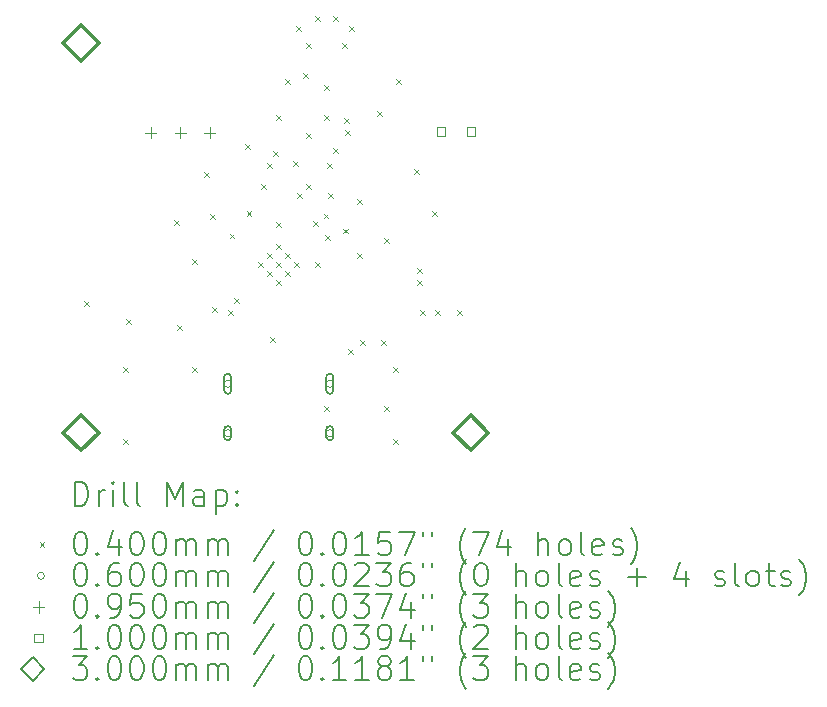
<source format=gbr>
%TF.GenerationSoftware,KiCad,Pcbnew,(6.0.9-0)*%
%TF.CreationDate,2022-12-13T13:55:31-05:00*%
%TF.ProjectId,easy-esc,65617379-2d65-4736-932e-6b696361645f,rev?*%
%TF.SameCoordinates,Original*%
%TF.FileFunction,Drillmap*%
%TF.FilePolarity,Positive*%
%FSLAX45Y45*%
G04 Gerber Fmt 4.5, Leading zero omitted, Abs format (unit mm)*
G04 Created by KiCad (PCBNEW (6.0.9-0)) date 2022-12-13 13:55:31*
%MOMM*%
%LPD*%
G01*
G04 APERTURE LIST*
%ADD10C,0.200000*%
%ADD11C,0.040000*%
%ADD12C,0.060000*%
%ADD13C,0.095000*%
%ADD14C,0.100000*%
%ADD15C,0.300000*%
G04 APERTURE END LIST*
D10*
D11*
X11689400Y-12578400D02*
X11729400Y-12618400D01*
X11729400Y-12578400D02*
X11689400Y-12618400D01*
X12019600Y-13137200D02*
X12059600Y-13177200D01*
X12059600Y-13137200D02*
X12019600Y-13177200D01*
X12019600Y-13746800D02*
X12059600Y-13786800D01*
X12059600Y-13746800D02*
X12019600Y-13786800D01*
X12045000Y-12730800D02*
X12085000Y-12770800D01*
X12085000Y-12730800D02*
X12045000Y-12770800D01*
X12451400Y-11892600D02*
X12491400Y-11932600D01*
X12491400Y-11892600D02*
X12451400Y-11932600D01*
X12476800Y-12781600D02*
X12516800Y-12821600D01*
X12516800Y-12781600D02*
X12476800Y-12821600D01*
X12603800Y-12222800D02*
X12643800Y-12262800D01*
X12643800Y-12222800D02*
X12603800Y-12262800D01*
X12603800Y-13137200D02*
X12643800Y-13177200D01*
X12643800Y-13137200D02*
X12603800Y-13177200D01*
X12702236Y-11486200D02*
X12742236Y-11526200D01*
X12742236Y-11486200D02*
X12702236Y-11526200D01*
X12756200Y-11841800D02*
X12796200Y-11881800D01*
X12796200Y-11841800D02*
X12756200Y-11881800D01*
X12768650Y-12629200D02*
X12808650Y-12669200D01*
X12808650Y-12629200D02*
X12768650Y-12669200D01*
X12908600Y-12654600D02*
X12948600Y-12694600D01*
X12948600Y-12654600D02*
X12908600Y-12694600D01*
X12919927Y-12005527D02*
X12959927Y-12045527D01*
X12959927Y-12005527D02*
X12919927Y-12045527D01*
X12959400Y-12553000D02*
X12999400Y-12593000D01*
X12999400Y-12553000D02*
X12959400Y-12593000D01*
X13049700Y-11246300D02*
X13089700Y-11286300D01*
X13089700Y-11246300D02*
X13049700Y-11286300D01*
X13063989Y-11813411D02*
X13103989Y-11853411D01*
X13103989Y-11813411D02*
X13063989Y-11853411D01*
X13162600Y-12248200D02*
X13202600Y-12288200D01*
X13202600Y-12248200D02*
X13162600Y-12288200D01*
X13188000Y-11587800D02*
X13228000Y-11627800D01*
X13228000Y-11587800D02*
X13188000Y-11627800D01*
X13238800Y-11410000D02*
X13278800Y-11450000D01*
X13278800Y-11410000D02*
X13238800Y-11450000D01*
X13238800Y-12172000D02*
X13278800Y-12212000D01*
X13278800Y-12172000D02*
X13238800Y-12212000D01*
X13238800Y-12324400D02*
X13278800Y-12364400D01*
X13278800Y-12324400D02*
X13238800Y-12364400D01*
X13264200Y-12883200D02*
X13304200Y-12923200D01*
X13304200Y-12883200D02*
X13264200Y-12923200D01*
X13289600Y-11308400D02*
X13329600Y-11348400D01*
X13329600Y-11308400D02*
X13289600Y-11348400D01*
X13312708Y-11907403D02*
X13352708Y-11947403D01*
X13352708Y-11907403D02*
X13312708Y-11947403D01*
X13315000Y-11003600D02*
X13355000Y-11043600D01*
X13355000Y-11003600D02*
X13315000Y-11043600D01*
X13315000Y-12095800D02*
X13355000Y-12135800D01*
X13355000Y-12095800D02*
X13315000Y-12135800D01*
X13315000Y-12248200D02*
X13355000Y-12288200D01*
X13355000Y-12248200D02*
X13315000Y-12288200D01*
X13315000Y-12400600D02*
X13355000Y-12440600D01*
X13355000Y-12400600D02*
X13315000Y-12440600D01*
X13391200Y-10698800D02*
X13431200Y-10738800D01*
X13431200Y-10698800D02*
X13391200Y-10738800D01*
X13391200Y-12172000D02*
X13431200Y-12212000D01*
X13431200Y-12172000D02*
X13391200Y-12212000D01*
X13391200Y-12324400D02*
X13431200Y-12364400D01*
X13431200Y-12324400D02*
X13391200Y-12364400D01*
X13459057Y-11390260D02*
X13499057Y-11430260D01*
X13499057Y-11390260D02*
X13459057Y-11430260D01*
X13467400Y-12248200D02*
X13507400Y-12288200D01*
X13507400Y-12248200D02*
X13467400Y-12288200D01*
X13484250Y-10250150D02*
X13524250Y-10290150D01*
X13524250Y-10250150D02*
X13484250Y-10290150D01*
X13490974Y-11662174D02*
X13530974Y-11702174D01*
X13530974Y-11662174D02*
X13490974Y-11702174D01*
X13541450Y-10648000D02*
X13581450Y-10688000D01*
X13581450Y-10648000D02*
X13541450Y-10688000D01*
X13567174Y-11585974D02*
X13607174Y-11625974D01*
X13607174Y-11585974D02*
X13567174Y-11625974D01*
X13569000Y-10394000D02*
X13609000Y-10434000D01*
X13609000Y-10394000D02*
X13569000Y-10434000D01*
X13569000Y-11156000D02*
X13609000Y-11196000D01*
X13609000Y-11156000D02*
X13569000Y-11196000D01*
X13623951Y-11896751D02*
X13663951Y-11936751D01*
X13663951Y-11896751D02*
X13623951Y-11936751D01*
X13645200Y-10165400D02*
X13685200Y-10205400D01*
X13685200Y-10165400D02*
X13645200Y-10205400D01*
X13645200Y-12248200D02*
X13685200Y-12288200D01*
X13685200Y-12248200D02*
X13645200Y-12288200D01*
X13714364Y-11834764D02*
X13754364Y-11874764D01*
X13754364Y-11834764D02*
X13714364Y-11874764D01*
X13719781Y-11003399D02*
X13759781Y-11043399D01*
X13759781Y-11003399D02*
X13719781Y-11043399D01*
X13721400Y-10749600D02*
X13761400Y-10789600D01*
X13761400Y-10749600D02*
X13721400Y-10789600D01*
X13721400Y-13467400D02*
X13761400Y-13507400D01*
X13761400Y-13467400D02*
X13721400Y-13507400D01*
X13727650Y-12019600D02*
X13767650Y-12059600D01*
X13767650Y-12019600D02*
X13727650Y-12059600D01*
X13746800Y-11410000D02*
X13786800Y-11450000D01*
X13786800Y-11410000D02*
X13746800Y-11450000D01*
X13753050Y-11664000D02*
X13793050Y-11704000D01*
X13793050Y-11664000D02*
X13753050Y-11704000D01*
X13797356Y-11283244D02*
X13837356Y-11323244D01*
X13837356Y-11283244D02*
X13797356Y-11323244D01*
X13797600Y-10165400D02*
X13837600Y-10205400D01*
X13837600Y-10165400D02*
X13797600Y-10205400D01*
X13873800Y-10394000D02*
X13913800Y-10434000D01*
X13913800Y-10394000D02*
X13873800Y-10434000D01*
X13879146Y-11961402D02*
X13919146Y-12001402D01*
X13919146Y-11961402D02*
X13879146Y-12001402D01*
X13890250Y-11029000D02*
X13930250Y-11069000D01*
X13930250Y-11029000D02*
X13890250Y-11069000D01*
X13899200Y-11130600D02*
X13939200Y-11170600D01*
X13939200Y-11130600D02*
X13899200Y-11170600D01*
X13924600Y-12984800D02*
X13964600Y-13024800D01*
X13964600Y-12984800D02*
X13924600Y-13024800D01*
X13933150Y-10250150D02*
X13973150Y-10290150D01*
X13973150Y-10250150D02*
X13933150Y-10290150D01*
X14000800Y-11714800D02*
X14040800Y-11754800D01*
X14040800Y-11714800D02*
X14000800Y-11754800D01*
X14000800Y-12172000D02*
X14040800Y-12212000D01*
X14040800Y-12172000D02*
X14000800Y-12212000D01*
X14026200Y-12908600D02*
X14066200Y-12948600D01*
X14066200Y-12908600D02*
X14026200Y-12948600D01*
X14171363Y-10968287D02*
X14211363Y-11008287D01*
X14211363Y-10968287D02*
X14171363Y-11008287D01*
X14204000Y-12908600D02*
X14244000Y-12948600D01*
X14244000Y-12908600D02*
X14204000Y-12948600D01*
X14229400Y-12045000D02*
X14269400Y-12085000D01*
X14269400Y-12045000D02*
X14229400Y-12085000D01*
X14229400Y-13467400D02*
X14269400Y-13507400D01*
X14269400Y-13467400D02*
X14229400Y-13507400D01*
X14305600Y-13137200D02*
X14345600Y-13177200D01*
X14345600Y-13137200D02*
X14305600Y-13177200D01*
X14305600Y-13746800D02*
X14345600Y-13786800D01*
X14345600Y-13746800D02*
X14305600Y-13786800D01*
X14331000Y-10698800D02*
X14371000Y-10738800D01*
X14371000Y-10698800D02*
X14331000Y-10738800D01*
X14483400Y-11460800D02*
X14523400Y-11500800D01*
X14523400Y-11460800D02*
X14483400Y-11500800D01*
X14508800Y-12299000D02*
X14548800Y-12339000D01*
X14548800Y-12299000D02*
X14508800Y-12339000D01*
X14508800Y-12400600D02*
X14548800Y-12440600D01*
X14548800Y-12400600D02*
X14508800Y-12440600D01*
X14534200Y-12654600D02*
X14574200Y-12694600D01*
X14574200Y-12654600D02*
X14534200Y-12694600D01*
X14635800Y-11816400D02*
X14675800Y-11856400D01*
X14675800Y-11816400D02*
X14635800Y-11856400D01*
X14661200Y-12654600D02*
X14701200Y-12694600D01*
X14701200Y-12654600D02*
X14661200Y-12694600D01*
X14845450Y-12654600D02*
X14885450Y-12694600D01*
X14885450Y-12654600D02*
X14845450Y-12694600D01*
D12*
X12933000Y-13276000D02*
G75*
G03*
X12933000Y-13276000I-30000J0D01*
G01*
D10*
X12873000Y-13221000D02*
X12873000Y-13331000D01*
X12933000Y-13221000D02*
X12933000Y-13331000D01*
X12873000Y-13331000D02*
G75*
G03*
X12933000Y-13331000I30000J0D01*
G01*
X12933000Y-13221000D02*
G75*
G03*
X12873000Y-13221000I-30000J0D01*
G01*
D12*
X12933000Y-13694000D02*
G75*
G03*
X12933000Y-13694000I-30000J0D01*
G01*
D10*
X12873000Y-13664000D02*
X12873000Y-13724000D01*
X12933000Y-13664000D02*
X12933000Y-13724000D01*
X12873000Y-13724000D02*
G75*
G03*
X12933000Y-13724000I30000J0D01*
G01*
X12933000Y-13664000D02*
G75*
G03*
X12873000Y-13664000I-30000J0D01*
G01*
D12*
X13797000Y-13276000D02*
G75*
G03*
X13797000Y-13276000I-30000J0D01*
G01*
D10*
X13737000Y-13221000D02*
X13737000Y-13331000D01*
X13797000Y-13221000D02*
X13797000Y-13331000D01*
X13737000Y-13331000D02*
G75*
G03*
X13797000Y-13331000I30000J0D01*
G01*
X13797000Y-13221000D02*
G75*
G03*
X13737000Y-13221000I-30000J0D01*
G01*
D12*
X13797000Y-13694000D02*
G75*
G03*
X13797000Y-13694000I-30000J0D01*
G01*
D10*
X13737000Y-13664000D02*
X13737000Y-13724000D01*
X13797000Y-13664000D02*
X13797000Y-13724000D01*
X13737000Y-13724000D02*
G75*
G03*
X13797000Y-13724000I30000J0D01*
G01*
X13797000Y-13664000D02*
G75*
G03*
X13737000Y-13664000I-30000J0D01*
G01*
D13*
X12250800Y-11103100D02*
X12250800Y-11198100D01*
X12203300Y-11150600D02*
X12298300Y-11150600D01*
X12500800Y-11103100D02*
X12500800Y-11198100D01*
X12453300Y-11150600D02*
X12548300Y-11150600D01*
X12750800Y-11103100D02*
X12750800Y-11198100D01*
X12703300Y-11150600D02*
X12798300Y-11150600D01*
D14*
X14745956Y-11175356D02*
X14745956Y-11104644D01*
X14675244Y-11104644D01*
X14675244Y-11175356D01*
X14745956Y-11175356D01*
X14995956Y-11175356D02*
X14995956Y-11104644D01*
X14925244Y-11104644D01*
X14925244Y-11175356D01*
X14995956Y-11175356D01*
D15*
X11659600Y-10539600D02*
X11809600Y-10389600D01*
X11659600Y-10239600D01*
X11509600Y-10389600D01*
X11659600Y-10539600D01*
X11659600Y-13839600D02*
X11809600Y-13689600D01*
X11659600Y-13539600D01*
X11509600Y-13689600D01*
X11659600Y-13839600D01*
X14959600Y-13839600D02*
X15109600Y-13689600D01*
X14959600Y-13539600D01*
X14809600Y-13689600D01*
X14959600Y-13839600D01*
D10*
X11609719Y-14307576D02*
X11609719Y-14107576D01*
X11657338Y-14107576D01*
X11685909Y-14117100D01*
X11704957Y-14136148D01*
X11714481Y-14155195D01*
X11724005Y-14193290D01*
X11724005Y-14221862D01*
X11714481Y-14259957D01*
X11704957Y-14279005D01*
X11685909Y-14298052D01*
X11657338Y-14307576D01*
X11609719Y-14307576D01*
X11809719Y-14307576D02*
X11809719Y-14174243D01*
X11809719Y-14212338D02*
X11819243Y-14193290D01*
X11828767Y-14183767D01*
X11847814Y-14174243D01*
X11866862Y-14174243D01*
X11933528Y-14307576D02*
X11933528Y-14174243D01*
X11933528Y-14107576D02*
X11924005Y-14117100D01*
X11933528Y-14126624D01*
X11943052Y-14117100D01*
X11933528Y-14107576D01*
X11933528Y-14126624D01*
X12057338Y-14307576D02*
X12038290Y-14298052D01*
X12028767Y-14279005D01*
X12028767Y-14107576D01*
X12162100Y-14307576D02*
X12143052Y-14298052D01*
X12133528Y-14279005D01*
X12133528Y-14107576D01*
X12390671Y-14307576D02*
X12390671Y-14107576D01*
X12457338Y-14250433D01*
X12524005Y-14107576D01*
X12524005Y-14307576D01*
X12704957Y-14307576D02*
X12704957Y-14202814D01*
X12695433Y-14183767D01*
X12676386Y-14174243D01*
X12638290Y-14174243D01*
X12619243Y-14183767D01*
X12704957Y-14298052D02*
X12685909Y-14307576D01*
X12638290Y-14307576D01*
X12619243Y-14298052D01*
X12609719Y-14279005D01*
X12609719Y-14259957D01*
X12619243Y-14240909D01*
X12638290Y-14231386D01*
X12685909Y-14231386D01*
X12704957Y-14221862D01*
X12800195Y-14174243D02*
X12800195Y-14374243D01*
X12800195Y-14183767D02*
X12819243Y-14174243D01*
X12857338Y-14174243D01*
X12876386Y-14183767D01*
X12885909Y-14193290D01*
X12895433Y-14212338D01*
X12895433Y-14269481D01*
X12885909Y-14288528D01*
X12876386Y-14298052D01*
X12857338Y-14307576D01*
X12819243Y-14307576D01*
X12800195Y-14298052D01*
X12981148Y-14288528D02*
X12990671Y-14298052D01*
X12981148Y-14307576D01*
X12971624Y-14298052D01*
X12981148Y-14288528D01*
X12981148Y-14307576D01*
X12981148Y-14183767D02*
X12990671Y-14193290D01*
X12981148Y-14202814D01*
X12971624Y-14193290D01*
X12981148Y-14183767D01*
X12981148Y-14202814D01*
D11*
X11312100Y-14617100D02*
X11352100Y-14657100D01*
X11352100Y-14617100D02*
X11312100Y-14657100D01*
D10*
X11647814Y-14527576D02*
X11666862Y-14527576D01*
X11685909Y-14537100D01*
X11695433Y-14546624D01*
X11704957Y-14565671D01*
X11714481Y-14603767D01*
X11714481Y-14651386D01*
X11704957Y-14689481D01*
X11695433Y-14708528D01*
X11685909Y-14718052D01*
X11666862Y-14727576D01*
X11647814Y-14727576D01*
X11628767Y-14718052D01*
X11619243Y-14708528D01*
X11609719Y-14689481D01*
X11600195Y-14651386D01*
X11600195Y-14603767D01*
X11609719Y-14565671D01*
X11619243Y-14546624D01*
X11628767Y-14537100D01*
X11647814Y-14527576D01*
X11800195Y-14708528D02*
X11809719Y-14718052D01*
X11800195Y-14727576D01*
X11790671Y-14718052D01*
X11800195Y-14708528D01*
X11800195Y-14727576D01*
X11981148Y-14594243D02*
X11981148Y-14727576D01*
X11933528Y-14518052D02*
X11885909Y-14660909D01*
X12009719Y-14660909D01*
X12124005Y-14527576D02*
X12143052Y-14527576D01*
X12162100Y-14537100D01*
X12171624Y-14546624D01*
X12181148Y-14565671D01*
X12190671Y-14603767D01*
X12190671Y-14651386D01*
X12181148Y-14689481D01*
X12171624Y-14708528D01*
X12162100Y-14718052D01*
X12143052Y-14727576D01*
X12124005Y-14727576D01*
X12104957Y-14718052D01*
X12095433Y-14708528D01*
X12085909Y-14689481D01*
X12076386Y-14651386D01*
X12076386Y-14603767D01*
X12085909Y-14565671D01*
X12095433Y-14546624D01*
X12104957Y-14537100D01*
X12124005Y-14527576D01*
X12314481Y-14527576D02*
X12333528Y-14527576D01*
X12352576Y-14537100D01*
X12362100Y-14546624D01*
X12371624Y-14565671D01*
X12381148Y-14603767D01*
X12381148Y-14651386D01*
X12371624Y-14689481D01*
X12362100Y-14708528D01*
X12352576Y-14718052D01*
X12333528Y-14727576D01*
X12314481Y-14727576D01*
X12295433Y-14718052D01*
X12285909Y-14708528D01*
X12276386Y-14689481D01*
X12266862Y-14651386D01*
X12266862Y-14603767D01*
X12276386Y-14565671D01*
X12285909Y-14546624D01*
X12295433Y-14537100D01*
X12314481Y-14527576D01*
X12466862Y-14727576D02*
X12466862Y-14594243D01*
X12466862Y-14613290D02*
X12476386Y-14603767D01*
X12495433Y-14594243D01*
X12524005Y-14594243D01*
X12543052Y-14603767D01*
X12552576Y-14622814D01*
X12552576Y-14727576D01*
X12552576Y-14622814D02*
X12562100Y-14603767D01*
X12581148Y-14594243D01*
X12609719Y-14594243D01*
X12628767Y-14603767D01*
X12638290Y-14622814D01*
X12638290Y-14727576D01*
X12733528Y-14727576D02*
X12733528Y-14594243D01*
X12733528Y-14613290D02*
X12743052Y-14603767D01*
X12762100Y-14594243D01*
X12790671Y-14594243D01*
X12809719Y-14603767D01*
X12819243Y-14622814D01*
X12819243Y-14727576D01*
X12819243Y-14622814D02*
X12828767Y-14603767D01*
X12847814Y-14594243D01*
X12876386Y-14594243D01*
X12895433Y-14603767D01*
X12904957Y-14622814D01*
X12904957Y-14727576D01*
X13295433Y-14518052D02*
X13124005Y-14775195D01*
X13552576Y-14527576D02*
X13571624Y-14527576D01*
X13590671Y-14537100D01*
X13600195Y-14546624D01*
X13609719Y-14565671D01*
X13619243Y-14603767D01*
X13619243Y-14651386D01*
X13609719Y-14689481D01*
X13600195Y-14708528D01*
X13590671Y-14718052D01*
X13571624Y-14727576D01*
X13552576Y-14727576D01*
X13533528Y-14718052D01*
X13524005Y-14708528D01*
X13514481Y-14689481D01*
X13504957Y-14651386D01*
X13504957Y-14603767D01*
X13514481Y-14565671D01*
X13524005Y-14546624D01*
X13533528Y-14537100D01*
X13552576Y-14527576D01*
X13704957Y-14708528D02*
X13714481Y-14718052D01*
X13704957Y-14727576D01*
X13695433Y-14718052D01*
X13704957Y-14708528D01*
X13704957Y-14727576D01*
X13838290Y-14527576D02*
X13857338Y-14527576D01*
X13876386Y-14537100D01*
X13885909Y-14546624D01*
X13895433Y-14565671D01*
X13904957Y-14603767D01*
X13904957Y-14651386D01*
X13895433Y-14689481D01*
X13885909Y-14708528D01*
X13876386Y-14718052D01*
X13857338Y-14727576D01*
X13838290Y-14727576D01*
X13819243Y-14718052D01*
X13809719Y-14708528D01*
X13800195Y-14689481D01*
X13790671Y-14651386D01*
X13790671Y-14603767D01*
X13800195Y-14565671D01*
X13809719Y-14546624D01*
X13819243Y-14537100D01*
X13838290Y-14527576D01*
X14095433Y-14727576D02*
X13981148Y-14727576D01*
X14038290Y-14727576D02*
X14038290Y-14527576D01*
X14019243Y-14556148D01*
X14000195Y-14575195D01*
X13981148Y-14584719D01*
X14276386Y-14527576D02*
X14181148Y-14527576D01*
X14171624Y-14622814D01*
X14181148Y-14613290D01*
X14200195Y-14603767D01*
X14247814Y-14603767D01*
X14266862Y-14613290D01*
X14276386Y-14622814D01*
X14285909Y-14641862D01*
X14285909Y-14689481D01*
X14276386Y-14708528D01*
X14266862Y-14718052D01*
X14247814Y-14727576D01*
X14200195Y-14727576D01*
X14181148Y-14718052D01*
X14171624Y-14708528D01*
X14352576Y-14527576D02*
X14485909Y-14527576D01*
X14400195Y-14727576D01*
X14552576Y-14527576D02*
X14552576Y-14565671D01*
X14628767Y-14527576D02*
X14628767Y-14565671D01*
X14924005Y-14803767D02*
X14914481Y-14794243D01*
X14895433Y-14765671D01*
X14885909Y-14746624D01*
X14876386Y-14718052D01*
X14866862Y-14670433D01*
X14866862Y-14632338D01*
X14876386Y-14584719D01*
X14885909Y-14556148D01*
X14895433Y-14537100D01*
X14914481Y-14508528D01*
X14924005Y-14499005D01*
X14981148Y-14527576D02*
X15114481Y-14527576D01*
X15028767Y-14727576D01*
X15276386Y-14594243D02*
X15276386Y-14727576D01*
X15228767Y-14518052D02*
X15181148Y-14660909D01*
X15304957Y-14660909D01*
X15533528Y-14727576D02*
X15533528Y-14527576D01*
X15619243Y-14727576D02*
X15619243Y-14622814D01*
X15609719Y-14603767D01*
X15590671Y-14594243D01*
X15562100Y-14594243D01*
X15543052Y-14603767D01*
X15533528Y-14613290D01*
X15743052Y-14727576D02*
X15724005Y-14718052D01*
X15714481Y-14708528D01*
X15704957Y-14689481D01*
X15704957Y-14632338D01*
X15714481Y-14613290D01*
X15724005Y-14603767D01*
X15743052Y-14594243D01*
X15771624Y-14594243D01*
X15790671Y-14603767D01*
X15800195Y-14613290D01*
X15809719Y-14632338D01*
X15809719Y-14689481D01*
X15800195Y-14708528D01*
X15790671Y-14718052D01*
X15771624Y-14727576D01*
X15743052Y-14727576D01*
X15924005Y-14727576D02*
X15904957Y-14718052D01*
X15895433Y-14699005D01*
X15895433Y-14527576D01*
X16076386Y-14718052D02*
X16057338Y-14727576D01*
X16019243Y-14727576D01*
X16000195Y-14718052D01*
X15990671Y-14699005D01*
X15990671Y-14622814D01*
X16000195Y-14603767D01*
X16019243Y-14594243D01*
X16057338Y-14594243D01*
X16076386Y-14603767D01*
X16085909Y-14622814D01*
X16085909Y-14641862D01*
X15990671Y-14660909D01*
X16162100Y-14718052D02*
X16181148Y-14727576D01*
X16219243Y-14727576D01*
X16238290Y-14718052D01*
X16247814Y-14699005D01*
X16247814Y-14689481D01*
X16238290Y-14670433D01*
X16219243Y-14660909D01*
X16190671Y-14660909D01*
X16171624Y-14651386D01*
X16162100Y-14632338D01*
X16162100Y-14622814D01*
X16171624Y-14603767D01*
X16190671Y-14594243D01*
X16219243Y-14594243D01*
X16238290Y-14603767D01*
X16314481Y-14803767D02*
X16324005Y-14794243D01*
X16343052Y-14765671D01*
X16352576Y-14746624D01*
X16362100Y-14718052D01*
X16371624Y-14670433D01*
X16371624Y-14632338D01*
X16362100Y-14584719D01*
X16352576Y-14556148D01*
X16343052Y-14537100D01*
X16324005Y-14508528D01*
X16314481Y-14499005D01*
D12*
X11352100Y-14901100D02*
G75*
G03*
X11352100Y-14901100I-30000J0D01*
G01*
D10*
X11647814Y-14791576D02*
X11666862Y-14791576D01*
X11685909Y-14801100D01*
X11695433Y-14810624D01*
X11704957Y-14829671D01*
X11714481Y-14867767D01*
X11714481Y-14915386D01*
X11704957Y-14953481D01*
X11695433Y-14972528D01*
X11685909Y-14982052D01*
X11666862Y-14991576D01*
X11647814Y-14991576D01*
X11628767Y-14982052D01*
X11619243Y-14972528D01*
X11609719Y-14953481D01*
X11600195Y-14915386D01*
X11600195Y-14867767D01*
X11609719Y-14829671D01*
X11619243Y-14810624D01*
X11628767Y-14801100D01*
X11647814Y-14791576D01*
X11800195Y-14972528D02*
X11809719Y-14982052D01*
X11800195Y-14991576D01*
X11790671Y-14982052D01*
X11800195Y-14972528D01*
X11800195Y-14991576D01*
X11981148Y-14791576D02*
X11943052Y-14791576D01*
X11924005Y-14801100D01*
X11914481Y-14810624D01*
X11895433Y-14839195D01*
X11885909Y-14877290D01*
X11885909Y-14953481D01*
X11895433Y-14972528D01*
X11904957Y-14982052D01*
X11924005Y-14991576D01*
X11962100Y-14991576D01*
X11981148Y-14982052D01*
X11990671Y-14972528D01*
X12000195Y-14953481D01*
X12000195Y-14905862D01*
X11990671Y-14886814D01*
X11981148Y-14877290D01*
X11962100Y-14867767D01*
X11924005Y-14867767D01*
X11904957Y-14877290D01*
X11895433Y-14886814D01*
X11885909Y-14905862D01*
X12124005Y-14791576D02*
X12143052Y-14791576D01*
X12162100Y-14801100D01*
X12171624Y-14810624D01*
X12181148Y-14829671D01*
X12190671Y-14867767D01*
X12190671Y-14915386D01*
X12181148Y-14953481D01*
X12171624Y-14972528D01*
X12162100Y-14982052D01*
X12143052Y-14991576D01*
X12124005Y-14991576D01*
X12104957Y-14982052D01*
X12095433Y-14972528D01*
X12085909Y-14953481D01*
X12076386Y-14915386D01*
X12076386Y-14867767D01*
X12085909Y-14829671D01*
X12095433Y-14810624D01*
X12104957Y-14801100D01*
X12124005Y-14791576D01*
X12314481Y-14791576D02*
X12333528Y-14791576D01*
X12352576Y-14801100D01*
X12362100Y-14810624D01*
X12371624Y-14829671D01*
X12381148Y-14867767D01*
X12381148Y-14915386D01*
X12371624Y-14953481D01*
X12362100Y-14972528D01*
X12352576Y-14982052D01*
X12333528Y-14991576D01*
X12314481Y-14991576D01*
X12295433Y-14982052D01*
X12285909Y-14972528D01*
X12276386Y-14953481D01*
X12266862Y-14915386D01*
X12266862Y-14867767D01*
X12276386Y-14829671D01*
X12285909Y-14810624D01*
X12295433Y-14801100D01*
X12314481Y-14791576D01*
X12466862Y-14991576D02*
X12466862Y-14858243D01*
X12466862Y-14877290D02*
X12476386Y-14867767D01*
X12495433Y-14858243D01*
X12524005Y-14858243D01*
X12543052Y-14867767D01*
X12552576Y-14886814D01*
X12552576Y-14991576D01*
X12552576Y-14886814D02*
X12562100Y-14867767D01*
X12581148Y-14858243D01*
X12609719Y-14858243D01*
X12628767Y-14867767D01*
X12638290Y-14886814D01*
X12638290Y-14991576D01*
X12733528Y-14991576D02*
X12733528Y-14858243D01*
X12733528Y-14877290D02*
X12743052Y-14867767D01*
X12762100Y-14858243D01*
X12790671Y-14858243D01*
X12809719Y-14867767D01*
X12819243Y-14886814D01*
X12819243Y-14991576D01*
X12819243Y-14886814D02*
X12828767Y-14867767D01*
X12847814Y-14858243D01*
X12876386Y-14858243D01*
X12895433Y-14867767D01*
X12904957Y-14886814D01*
X12904957Y-14991576D01*
X13295433Y-14782052D02*
X13124005Y-15039195D01*
X13552576Y-14791576D02*
X13571624Y-14791576D01*
X13590671Y-14801100D01*
X13600195Y-14810624D01*
X13609719Y-14829671D01*
X13619243Y-14867767D01*
X13619243Y-14915386D01*
X13609719Y-14953481D01*
X13600195Y-14972528D01*
X13590671Y-14982052D01*
X13571624Y-14991576D01*
X13552576Y-14991576D01*
X13533528Y-14982052D01*
X13524005Y-14972528D01*
X13514481Y-14953481D01*
X13504957Y-14915386D01*
X13504957Y-14867767D01*
X13514481Y-14829671D01*
X13524005Y-14810624D01*
X13533528Y-14801100D01*
X13552576Y-14791576D01*
X13704957Y-14972528D02*
X13714481Y-14982052D01*
X13704957Y-14991576D01*
X13695433Y-14982052D01*
X13704957Y-14972528D01*
X13704957Y-14991576D01*
X13838290Y-14791576D02*
X13857338Y-14791576D01*
X13876386Y-14801100D01*
X13885909Y-14810624D01*
X13895433Y-14829671D01*
X13904957Y-14867767D01*
X13904957Y-14915386D01*
X13895433Y-14953481D01*
X13885909Y-14972528D01*
X13876386Y-14982052D01*
X13857338Y-14991576D01*
X13838290Y-14991576D01*
X13819243Y-14982052D01*
X13809719Y-14972528D01*
X13800195Y-14953481D01*
X13790671Y-14915386D01*
X13790671Y-14867767D01*
X13800195Y-14829671D01*
X13809719Y-14810624D01*
X13819243Y-14801100D01*
X13838290Y-14791576D01*
X13981148Y-14810624D02*
X13990671Y-14801100D01*
X14009719Y-14791576D01*
X14057338Y-14791576D01*
X14076386Y-14801100D01*
X14085909Y-14810624D01*
X14095433Y-14829671D01*
X14095433Y-14848719D01*
X14085909Y-14877290D01*
X13971624Y-14991576D01*
X14095433Y-14991576D01*
X14162100Y-14791576D02*
X14285909Y-14791576D01*
X14219243Y-14867767D01*
X14247814Y-14867767D01*
X14266862Y-14877290D01*
X14276386Y-14886814D01*
X14285909Y-14905862D01*
X14285909Y-14953481D01*
X14276386Y-14972528D01*
X14266862Y-14982052D01*
X14247814Y-14991576D01*
X14190671Y-14991576D01*
X14171624Y-14982052D01*
X14162100Y-14972528D01*
X14457338Y-14791576D02*
X14419243Y-14791576D01*
X14400195Y-14801100D01*
X14390671Y-14810624D01*
X14371624Y-14839195D01*
X14362100Y-14877290D01*
X14362100Y-14953481D01*
X14371624Y-14972528D01*
X14381148Y-14982052D01*
X14400195Y-14991576D01*
X14438290Y-14991576D01*
X14457338Y-14982052D01*
X14466862Y-14972528D01*
X14476386Y-14953481D01*
X14476386Y-14905862D01*
X14466862Y-14886814D01*
X14457338Y-14877290D01*
X14438290Y-14867767D01*
X14400195Y-14867767D01*
X14381148Y-14877290D01*
X14371624Y-14886814D01*
X14362100Y-14905862D01*
X14552576Y-14791576D02*
X14552576Y-14829671D01*
X14628767Y-14791576D02*
X14628767Y-14829671D01*
X14924005Y-15067767D02*
X14914481Y-15058243D01*
X14895433Y-15029671D01*
X14885909Y-15010624D01*
X14876386Y-14982052D01*
X14866862Y-14934433D01*
X14866862Y-14896338D01*
X14876386Y-14848719D01*
X14885909Y-14820148D01*
X14895433Y-14801100D01*
X14914481Y-14772528D01*
X14924005Y-14763005D01*
X15038290Y-14791576D02*
X15057338Y-14791576D01*
X15076386Y-14801100D01*
X15085909Y-14810624D01*
X15095433Y-14829671D01*
X15104957Y-14867767D01*
X15104957Y-14915386D01*
X15095433Y-14953481D01*
X15085909Y-14972528D01*
X15076386Y-14982052D01*
X15057338Y-14991576D01*
X15038290Y-14991576D01*
X15019243Y-14982052D01*
X15009719Y-14972528D01*
X15000195Y-14953481D01*
X14990671Y-14915386D01*
X14990671Y-14867767D01*
X15000195Y-14829671D01*
X15009719Y-14810624D01*
X15019243Y-14801100D01*
X15038290Y-14791576D01*
X15343052Y-14991576D02*
X15343052Y-14791576D01*
X15428767Y-14991576D02*
X15428767Y-14886814D01*
X15419243Y-14867767D01*
X15400195Y-14858243D01*
X15371624Y-14858243D01*
X15352576Y-14867767D01*
X15343052Y-14877290D01*
X15552576Y-14991576D02*
X15533528Y-14982052D01*
X15524005Y-14972528D01*
X15514481Y-14953481D01*
X15514481Y-14896338D01*
X15524005Y-14877290D01*
X15533528Y-14867767D01*
X15552576Y-14858243D01*
X15581148Y-14858243D01*
X15600195Y-14867767D01*
X15609719Y-14877290D01*
X15619243Y-14896338D01*
X15619243Y-14953481D01*
X15609719Y-14972528D01*
X15600195Y-14982052D01*
X15581148Y-14991576D01*
X15552576Y-14991576D01*
X15733528Y-14991576D02*
X15714481Y-14982052D01*
X15704957Y-14963005D01*
X15704957Y-14791576D01*
X15885909Y-14982052D02*
X15866862Y-14991576D01*
X15828767Y-14991576D01*
X15809719Y-14982052D01*
X15800195Y-14963005D01*
X15800195Y-14886814D01*
X15809719Y-14867767D01*
X15828767Y-14858243D01*
X15866862Y-14858243D01*
X15885909Y-14867767D01*
X15895433Y-14886814D01*
X15895433Y-14905862D01*
X15800195Y-14924909D01*
X15971624Y-14982052D02*
X15990671Y-14991576D01*
X16028767Y-14991576D01*
X16047814Y-14982052D01*
X16057338Y-14963005D01*
X16057338Y-14953481D01*
X16047814Y-14934433D01*
X16028767Y-14924909D01*
X16000195Y-14924909D01*
X15981148Y-14915386D01*
X15971624Y-14896338D01*
X15971624Y-14886814D01*
X15981148Y-14867767D01*
X16000195Y-14858243D01*
X16028767Y-14858243D01*
X16047814Y-14867767D01*
X16295433Y-14915386D02*
X16447814Y-14915386D01*
X16371624Y-14991576D02*
X16371624Y-14839195D01*
X16781148Y-14858243D02*
X16781148Y-14991576D01*
X16733528Y-14782052D02*
X16685909Y-14924909D01*
X16809719Y-14924909D01*
X17028767Y-14982052D02*
X17047814Y-14991576D01*
X17085910Y-14991576D01*
X17104957Y-14982052D01*
X17114481Y-14963005D01*
X17114481Y-14953481D01*
X17104957Y-14934433D01*
X17085910Y-14924909D01*
X17057338Y-14924909D01*
X17038290Y-14915386D01*
X17028767Y-14896338D01*
X17028767Y-14886814D01*
X17038290Y-14867767D01*
X17057338Y-14858243D01*
X17085910Y-14858243D01*
X17104957Y-14867767D01*
X17228767Y-14991576D02*
X17209719Y-14982052D01*
X17200195Y-14963005D01*
X17200195Y-14791576D01*
X17333529Y-14991576D02*
X17314481Y-14982052D01*
X17304957Y-14972528D01*
X17295433Y-14953481D01*
X17295433Y-14896338D01*
X17304957Y-14877290D01*
X17314481Y-14867767D01*
X17333529Y-14858243D01*
X17362100Y-14858243D01*
X17381148Y-14867767D01*
X17390671Y-14877290D01*
X17400195Y-14896338D01*
X17400195Y-14953481D01*
X17390671Y-14972528D01*
X17381148Y-14982052D01*
X17362100Y-14991576D01*
X17333529Y-14991576D01*
X17457338Y-14858243D02*
X17533529Y-14858243D01*
X17485910Y-14791576D02*
X17485910Y-14963005D01*
X17495433Y-14982052D01*
X17514481Y-14991576D01*
X17533529Y-14991576D01*
X17590671Y-14982052D02*
X17609719Y-14991576D01*
X17647814Y-14991576D01*
X17666862Y-14982052D01*
X17676386Y-14963005D01*
X17676386Y-14953481D01*
X17666862Y-14934433D01*
X17647814Y-14924909D01*
X17619243Y-14924909D01*
X17600195Y-14915386D01*
X17590671Y-14896338D01*
X17590671Y-14886814D01*
X17600195Y-14867767D01*
X17619243Y-14858243D01*
X17647814Y-14858243D01*
X17666862Y-14867767D01*
X17743052Y-15067767D02*
X17752576Y-15058243D01*
X17771624Y-15029671D01*
X17781148Y-15010624D01*
X17790671Y-14982052D01*
X17800195Y-14934433D01*
X17800195Y-14896338D01*
X17790671Y-14848719D01*
X17781148Y-14820148D01*
X17771624Y-14801100D01*
X17752576Y-14772528D01*
X17743052Y-14763005D01*
D13*
X11304600Y-15117600D02*
X11304600Y-15212600D01*
X11257100Y-15165100D02*
X11352100Y-15165100D01*
D10*
X11647814Y-15055576D02*
X11666862Y-15055576D01*
X11685909Y-15065100D01*
X11695433Y-15074624D01*
X11704957Y-15093671D01*
X11714481Y-15131767D01*
X11714481Y-15179386D01*
X11704957Y-15217481D01*
X11695433Y-15236528D01*
X11685909Y-15246052D01*
X11666862Y-15255576D01*
X11647814Y-15255576D01*
X11628767Y-15246052D01*
X11619243Y-15236528D01*
X11609719Y-15217481D01*
X11600195Y-15179386D01*
X11600195Y-15131767D01*
X11609719Y-15093671D01*
X11619243Y-15074624D01*
X11628767Y-15065100D01*
X11647814Y-15055576D01*
X11800195Y-15236528D02*
X11809719Y-15246052D01*
X11800195Y-15255576D01*
X11790671Y-15246052D01*
X11800195Y-15236528D01*
X11800195Y-15255576D01*
X11904957Y-15255576D02*
X11943052Y-15255576D01*
X11962100Y-15246052D01*
X11971624Y-15236528D01*
X11990671Y-15207957D01*
X12000195Y-15169862D01*
X12000195Y-15093671D01*
X11990671Y-15074624D01*
X11981148Y-15065100D01*
X11962100Y-15055576D01*
X11924005Y-15055576D01*
X11904957Y-15065100D01*
X11895433Y-15074624D01*
X11885909Y-15093671D01*
X11885909Y-15141290D01*
X11895433Y-15160338D01*
X11904957Y-15169862D01*
X11924005Y-15179386D01*
X11962100Y-15179386D01*
X11981148Y-15169862D01*
X11990671Y-15160338D01*
X12000195Y-15141290D01*
X12181148Y-15055576D02*
X12085909Y-15055576D01*
X12076386Y-15150814D01*
X12085909Y-15141290D01*
X12104957Y-15131767D01*
X12152576Y-15131767D01*
X12171624Y-15141290D01*
X12181148Y-15150814D01*
X12190671Y-15169862D01*
X12190671Y-15217481D01*
X12181148Y-15236528D01*
X12171624Y-15246052D01*
X12152576Y-15255576D01*
X12104957Y-15255576D01*
X12085909Y-15246052D01*
X12076386Y-15236528D01*
X12314481Y-15055576D02*
X12333528Y-15055576D01*
X12352576Y-15065100D01*
X12362100Y-15074624D01*
X12371624Y-15093671D01*
X12381148Y-15131767D01*
X12381148Y-15179386D01*
X12371624Y-15217481D01*
X12362100Y-15236528D01*
X12352576Y-15246052D01*
X12333528Y-15255576D01*
X12314481Y-15255576D01*
X12295433Y-15246052D01*
X12285909Y-15236528D01*
X12276386Y-15217481D01*
X12266862Y-15179386D01*
X12266862Y-15131767D01*
X12276386Y-15093671D01*
X12285909Y-15074624D01*
X12295433Y-15065100D01*
X12314481Y-15055576D01*
X12466862Y-15255576D02*
X12466862Y-15122243D01*
X12466862Y-15141290D02*
X12476386Y-15131767D01*
X12495433Y-15122243D01*
X12524005Y-15122243D01*
X12543052Y-15131767D01*
X12552576Y-15150814D01*
X12552576Y-15255576D01*
X12552576Y-15150814D02*
X12562100Y-15131767D01*
X12581148Y-15122243D01*
X12609719Y-15122243D01*
X12628767Y-15131767D01*
X12638290Y-15150814D01*
X12638290Y-15255576D01*
X12733528Y-15255576D02*
X12733528Y-15122243D01*
X12733528Y-15141290D02*
X12743052Y-15131767D01*
X12762100Y-15122243D01*
X12790671Y-15122243D01*
X12809719Y-15131767D01*
X12819243Y-15150814D01*
X12819243Y-15255576D01*
X12819243Y-15150814D02*
X12828767Y-15131767D01*
X12847814Y-15122243D01*
X12876386Y-15122243D01*
X12895433Y-15131767D01*
X12904957Y-15150814D01*
X12904957Y-15255576D01*
X13295433Y-15046052D02*
X13124005Y-15303195D01*
X13552576Y-15055576D02*
X13571624Y-15055576D01*
X13590671Y-15065100D01*
X13600195Y-15074624D01*
X13609719Y-15093671D01*
X13619243Y-15131767D01*
X13619243Y-15179386D01*
X13609719Y-15217481D01*
X13600195Y-15236528D01*
X13590671Y-15246052D01*
X13571624Y-15255576D01*
X13552576Y-15255576D01*
X13533528Y-15246052D01*
X13524005Y-15236528D01*
X13514481Y-15217481D01*
X13504957Y-15179386D01*
X13504957Y-15131767D01*
X13514481Y-15093671D01*
X13524005Y-15074624D01*
X13533528Y-15065100D01*
X13552576Y-15055576D01*
X13704957Y-15236528D02*
X13714481Y-15246052D01*
X13704957Y-15255576D01*
X13695433Y-15246052D01*
X13704957Y-15236528D01*
X13704957Y-15255576D01*
X13838290Y-15055576D02*
X13857338Y-15055576D01*
X13876386Y-15065100D01*
X13885909Y-15074624D01*
X13895433Y-15093671D01*
X13904957Y-15131767D01*
X13904957Y-15179386D01*
X13895433Y-15217481D01*
X13885909Y-15236528D01*
X13876386Y-15246052D01*
X13857338Y-15255576D01*
X13838290Y-15255576D01*
X13819243Y-15246052D01*
X13809719Y-15236528D01*
X13800195Y-15217481D01*
X13790671Y-15179386D01*
X13790671Y-15131767D01*
X13800195Y-15093671D01*
X13809719Y-15074624D01*
X13819243Y-15065100D01*
X13838290Y-15055576D01*
X13971624Y-15055576D02*
X14095433Y-15055576D01*
X14028767Y-15131767D01*
X14057338Y-15131767D01*
X14076386Y-15141290D01*
X14085909Y-15150814D01*
X14095433Y-15169862D01*
X14095433Y-15217481D01*
X14085909Y-15236528D01*
X14076386Y-15246052D01*
X14057338Y-15255576D01*
X14000195Y-15255576D01*
X13981148Y-15246052D01*
X13971624Y-15236528D01*
X14162100Y-15055576D02*
X14295433Y-15055576D01*
X14209719Y-15255576D01*
X14457338Y-15122243D02*
X14457338Y-15255576D01*
X14409719Y-15046052D02*
X14362100Y-15188909D01*
X14485909Y-15188909D01*
X14552576Y-15055576D02*
X14552576Y-15093671D01*
X14628767Y-15055576D02*
X14628767Y-15093671D01*
X14924005Y-15331767D02*
X14914481Y-15322243D01*
X14895433Y-15293671D01*
X14885909Y-15274624D01*
X14876386Y-15246052D01*
X14866862Y-15198433D01*
X14866862Y-15160338D01*
X14876386Y-15112719D01*
X14885909Y-15084148D01*
X14895433Y-15065100D01*
X14914481Y-15036528D01*
X14924005Y-15027005D01*
X14981148Y-15055576D02*
X15104957Y-15055576D01*
X15038290Y-15131767D01*
X15066862Y-15131767D01*
X15085909Y-15141290D01*
X15095433Y-15150814D01*
X15104957Y-15169862D01*
X15104957Y-15217481D01*
X15095433Y-15236528D01*
X15085909Y-15246052D01*
X15066862Y-15255576D01*
X15009719Y-15255576D01*
X14990671Y-15246052D01*
X14981148Y-15236528D01*
X15343052Y-15255576D02*
X15343052Y-15055576D01*
X15428767Y-15255576D02*
X15428767Y-15150814D01*
X15419243Y-15131767D01*
X15400195Y-15122243D01*
X15371624Y-15122243D01*
X15352576Y-15131767D01*
X15343052Y-15141290D01*
X15552576Y-15255576D02*
X15533528Y-15246052D01*
X15524005Y-15236528D01*
X15514481Y-15217481D01*
X15514481Y-15160338D01*
X15524005Y-15141290D01*
X15533528Y-15131767D01*
X15552576Y-15122243D01*
X15581148Y-15122243D01*
X15600195Y-15131767D01*
X15609719Y-15141290D01*
X15619243Y-15160338D01*
X15619243Y-15217481D01*
X15609719Y-15236528D01*
X15600195Y-15246052D01*
X15581148Y-15255576D01*
X15552576Y-15255576D01*
X15733528Y-15255576D02*
X15714481Y-15246052D01*
X15704957Y-15227005D01*
X15704957Y-15055576D01*
X15885909Y-15246052D02*
X15866862Y-15255576D01*
X15828767Y-15255576D01*
X15809719Y-15246052D01*
X15800195Y-15227005D01*
X15800195Y-15150814D01*
X15809719Y-15131767D01*
X15828767Y-15122243D01*
X15866862Y-15122243D01*
X15885909Y-15131767D01*
X15895433Y-15150814D01*
X15895433Y-15169862D01*
X15800195Y-15188909D01*
X15971624Y-15246052D02*
X15990671Y-15255576D01*
X16028767Y-15255576D01*
X16047814Y-15246052D01*
X16057338Y-15227005D01*
X16057338Y-15217481D01*
X16047814Y-15198433D01*
X16028767Y-15188909D01*
X16000195Y-15188909D01*
X15981148Y-15179386D01*
X15971624Y-15160338D01*
X15971624Y-15150814D01*
X15981148Y-15131767D01*
X16000195Y-15122243D01*
X16028767Y-15122243D01*
X16047814Y-15131767D01*
X16124005Y-15331767D02*
X16133528Y-15322243D01*
X16152576Y-15293671D01*
X16162100Y-15274624D01*
X16171624Y-15246052D01*
X16181148Y-15198433D01*
X16181148Y-15160338D01*
X16171624Y-15112719D01*
X16162100Y-15084148D01*
X16152576Y-15065100D01*
X16133528Y-15036528D01*
X16124005Y-15027005D01*
D14*
X11337456Y-15464456D02*
X11337456Y-15393744D01*
X11266744Y-15393744D01*
X11266744Y-15464456D01*
X11337456Y-15464456D01*
D10*
X11714481Y-15519576D02*
X11600195Y-15519576D01*
X11657338Y-15519576D02*
X11657338Y-15319576D01*
X11638290Y-15348148D01*
X11619243Y-15367195D01*
X11600195Y-15376719D01*
X11800195Y-15500528D02*
X11809719Y-15510052D01*
X11800195Y-15519576D01*
X11790671Y-15510052D01*
X11800195Y-15500528D01*
X11800195Y-15519576D01*
X11933528Y-15319576D02*
X11952576Y-15319576D01*
X11971624Y-15329100D01*
X11981148Y-15338624D01*
X11990671Y-15357671D01*
X12000195Y-15395767D01*
X12000195Y-15443386D01*
X11990671Y-15481481D01*
X11981148Y-15500528D01*
X11971624Y-15510052D01*
X11952576Y-15519576D01*
X11933528Y-15519576D01*
X11914481Y-15510052D01*
X11904957Y-15500528D01*
X11895433Y-15481481D01*
X11885909Y-15443386D01*
X11885909Y-15395767D01*
X11895433Y-15357671D01*
X11904957Y-15338624D01*
X11914481Y-15329100D01*
X11933528Y-15319576D01*
X12124005Y-15319576D02*
X12143052Y-15319576D01*
X12162100Y-15329100D01*
X12171624Y-15338624D01*
X12181148Y-15357671D01*
X12190671Y-15395767D01*
X12190671Y-15443386D01*
X12181148Y-15481481D01*
X12171624Y-15500528D01*
X12162100Y-15510052D01*
X12143052Y-15519576D01*
X12124005Y-15519576D01*
X12104957Y-15510052D01*
X12095433Y-15500528D01*
X12085909Y-15481481D01*
X12076386Y-15443386D01*
X12076386Y-15395767D01*
X12085909Y-15357671D01*
X12095433Y-15338624D01*
X12104957Y-15329100D01*
X12124005Y-15319576D01*
X12314481Y-15319576D02*
X12333528Y-15319576D01*
X12352576Y-15329100D01*
X12362100Y-15338624D01*
X12371624Y-15357671D01*
X12381148Y-15395767D01*
X12381148Y-15443386D01*
X12371624Y-15481481D01*
X12362100Y-15500528D01*
X12352576Y-15510052D01*
X12333528Y-15519576D01*
X12314481Y-15519576D01*
X12295433Y-15510052D01*
X12285909Y-15500528D01*
X12276386Y-15481481D01*
X12266862Y-15443386D01*
X12266862Y-15395767D01*
X12276386Y-15357671D01*
X12285909Y-15338624D01*
X12295433Y-15329100D01*
X12314481Y-15319576D01*
X12466862Y-15519576D02*
X12466862Y-15386243D01*
X12466862Y-15405290D02*
X12476386Y-15395767D01*
X12495433Y-15386243D01*
X12524005Y-15386243D01*
X12543052Y-15395767D01*
X12552576Y-15414814D01*
X12552576Y-15519576D01*
X12552576Y-15414814D02*
X12562100Y-15395767D01*
X12581148Y-15386243D01*
X12609719Y-15386243D01*
X12628767Y-15395767D01*
X12638290Y-15414814D01*
X12638290Y-15519576D01*
X12733528Y-15519576D02*
X12733528Y-15386243D01*
X12733528Y-15405290D02*
X12743052Y-15395767D01*
X12762100Y-15386243D01*
X12790671Y-15386243D01*
X12809719Y-15395767D01*
X12819243Y-15414814D01*
X12819243Y-15519576D01*
X12819243Y-15414814D02*
X12828767Y-15395767D01*
X12847814Y-15386243D01*
X12876386Y-15386243D01*
X12895433Y-15395767D01*
X12904957Y-15414814D01*
X12904957Y-15519576D01*
X13295433Y-15310052D02*
X13124005Y-15567195D01*
X13552576Y-15319576D02*
X13571624Y-15319576D01*
X13590671Y-15329100D01*
X13600195Y-15338624D01*
X13609719Y-15357671D01*
X13619243Y-15395767D01*
X13619243Y-15443386D01*
X13609719Y-15481481D01*
X13600195Y-15500528D01*
X13590671Y-15510052D01*
X13571624Y-15519576D01*
X13552576Y-15519576D01*
X13533528Y-15510052D01*
X13524005Y-15500528D01*
X13514481Y-15481481D01*
X13504957Y-15443386D01*
X13504957Y-15395767D01*
X13514481Y-15357671D01*
X13524005Y-15338624D01*
X13533528Y-15329100D01*
X13552576Y-15319576D01*
X13704957Y-15500528D02*
X13714481Y-15510052D01*
X13704957Y-15519576D01*
X13695433Y-15510052D01*
X13704957Y-15500528D01*
X13704957Y-15519576D01*
X13838290Y-15319576D02*
X13857338Y-15319576D01*
X13876386Y-15329100D01*
X13885909Y-15338624D01*
X13895433Y-15357671D01*
X13904957Y-15395767D01*
X13904957Y-15443386D01*
X13895433Y-15481481D01*
X13885909Y-15500528D01*
X13876386Y-15510052D01*
X13857338Y-15519576D01*
X13838290Y-15519576D01*
X13819243Y-15510052D01*
X13809719Y-15500528D01*
X13800195Y-15481481D01*
X13790671Y-15443386D01*
X13790671Y-15395767D01*
X13800195Y-15357671D01*
X13809719Y-15338624D01*
X13819243Y-15329100D01*
X13838290Y-15319576D01*
X13971624Y-15319576D02*
X14095433Y-15319576D01*
X14028767Y-15395767D01*
X14057338Y-15395767D01*
X14076386Y-15405290D01*
X14085909Y-15414814D01*
X14095433Y-15433862D01*
X14095433Y-15481481D01*
X14085909Y-15500528D01*
X14076386Y-15510052D01*
X14057338Y-15519576D01*
X14000195Y-15519576D01*
X13981148Y-15510052D01*
X13971624Y-15500528D01*
X14190671Y-15519576D02*
X14228767Y-15519576D01*
X14247814Y-15510052D01*
X14257338Y-15500528D01*
X14276386Y-15471957D01*
X14285909Y-15433862D01*
X14285909Y-15357671D01*
X14276386Y-15338624D01*
X14266862Y-15329100D01*
X14247814Y-15319576D01*
X14209719Y-15319576D01*
X14190671Y-15329100D01*
X14181148Y-15338624D01*
X14171624Y-15357671D01*
X14171624Y-15405290D01*
X14181148Y-15424338D01*
X14190671Y-15433862D01*
X14209719Y-15443386D01*
X14247814Y-15443386D01*
X14266862Y-15433862D01*
X14276386Y-15424338D01*
X14285909Y-15405290D01*
X14457338Y-15386243D02*
X14457338Y-15519576D01*
X14409719Y-15310052D02*
X14362100Y-15452909D01*
X14485909Y-15452909D01*
X14552576Y-15319576D02*
X14552576Y-15357671D01*
X14628767Y-15319576D02*
X14628767Y-15357671D01*
X14924005Y-15595767D02*
X14914481Y-15586243D01*
X14895433Y-15557671D01*
X14885909Y-15538624D01*
X14876386Y-15510052D01*
X14866862Y-15462433D01*
X14866862Y-15424338D01*
X14876386Y-15376719D01*
X14885909Y-15348148D01*
X14895433Y-15329100D01*
X14914481Y-15300528D01*
X14924005Y-15291005D01*
X14990671Y-15338624D02*
X15000195Y-15329100D01*
X15019243Y-15319576D01*
X15066862Y-15319576D01*
X15085909Y-15329100D01*
X15095433Y-15338624D01*
X15104957Y-15357671D01*
X15104957Y-15376719D01*
X15095433Y-15405290D01*
X14981148Y-15519576D01*
X15104957Y-15519576D01*
X15343052Y-15519576D02*
X15343052Y-15319576D01*
X15428767Y-15519576D02*
X15428767Y-15414814D01*
X15419243Y-15395767D01*
X15400195Y-15386243D01*
X15371624Y-15386243D01*
X15352576Y-15395767D01*
X15343052Y-15405290D01*
X15552576Y-15519576D02*
X15533528Y-15510052D01*
X15524005Y-15500528D01*
X15514481Y-15481481D01*
X15514481Y-15424338D01*
X15524005Y-15405290D01*
X15533528Y-15395767D01*
X15552576Y-15386243D01*
X15581148Y-15386243D01*
X15600195Y-15395767D01*
X15609719Y-15405290D01*
X15619243Y-15424338D01*
X15619243Y-15481481D01*
X15609719Y-15500528D01*
X15600195Y-15510052D01*
X15581148Y-15519576D01*
X15552576Y-15519576D01*
X15733528Y-15519576D02*
X15714481Y-15510052D01*
X15704957Y-15491005D01*
X15704957Y-15319576D01*
X15885909Y-15510052D02*
X15866862Y-15519576D01*
X15828767Y-15519576D01*
X15809719Y-15510052D01*
X15800195Y-15491005D01*
X15800195Y-15414814D01*
X15809719Y-15395767D01*
X15828767Y-15386243D01*
X15866862Y-15386243D01*
X15885909Y-15395767D01*
X15895433Y-15414814D01*
X15895433Y-15433862D01*
X15800195Y-15452909D01*
X15971624Y-15510052D02*
X15990671Y-15519576D01*
X16028767Y-15519576D01*
X16047814Y-15510052D01*
X16057338Y-15491005D01*
X16057338Y-15481481D01*
X16047814Y-15462433D01*
X16028767Y-15452909D01*
X16000195Y-15452909D01*
X15981148Y-15443386D01*
X15971624Y-15424338D01*
X15971624Y-15414814D01*
X15981148Y-15395767D01*
X16000195Y-15386243D01*
X16028767Y-15386243D01*
X16047814Y-15395767D01*
X16124005Y-15595767D02*
X16133528Y-15586243D01*
X16152576Y-15557671D01*
X16162100Y-15538624D01*
X16171624Y-15510052D01*
X16181148Y-15462433D01*
X16181148Y-15424338D01*
X16171624Y-15376719D01*
X16162100Y-15348148D01*
X16152576Y-15329100D01*
X16133528Y-15300528D01*
X16124005Y-15291005D01*
X11252100Y-15793100D02*
X11352100Y-15693100D01*
X11252100Y-15593100D01*
X11152100Y-15693100D01*
X11252100Y-15793100D01*
X11590671Y-15583576D02*
X11714481Y-15583576D01*
X11647814Y-15659767D01*
X11676386Y-15659767D01*
X11695433Y-15669290D01*
X11704957Y-15678814D01*
X11714481Y-15697862D01*
X11714481Y-15745481D01*
X11704957Y-15764528D01*
X11695433Y-15774052D01*
X11676386Y-15783576D01*
X11619243Y-15783576D01*
X11600195Y-15774052D01*
X11590671Y-15764528D01*
X11800195Y-15764528D02*
X11809719Y-15774052D01*
X11800195Y-15783576D01*
X11790671Y-15774052D01*
X11800195Y-15764528D01*
X11800195Y-15783576D01*
X11933528Y-15583576D02*
X11952576Y-15583576D01*
X11971624Y-15593100D01*
X11981148Y-15602624D01*
X11990671Y-15621671D01*
X12000195Y-15659767D01*
X12000195Y-15707386D01*
X11990671Y-15745481D01*
X11981148Y-15764528D01*
X11971624Y-15774052D01*
X11952576Y-15783576D01*
X11933528Y-15783576D01*
X11914481Y-15774052D01*
X11904957Y-15764528D01*
X11895433Y-15745481D01*
X11885909Y-15707386D01*
X11885909Y-15659767D01*
X11895433Y-15621671D01*
X11904957Y-15602624D01*
X11914481Y-15593100D01*
X11933528Y-15583576D01*
X12124005Y-15583576D02*
X12143052Y-15583576D01*
X12162100Y-15593100D01*
X12171624Y-15602624D01*
X12181148Y-15621671D01*
X12190671Y-15659767D01*
X12190671Y-15707386D01*
X12181148Y-15745481D01*
X12171624Y-15764528D01*
X12162100Y-15774052D01*
X12143052Y-15783576D01*
X12124005Y-15783576D01*
X12104957Y-15774052D01*
X12095433Y-15764528D01*
X12085909Y-15745481D01*
X12076386Y-15707386D01*
X12076386Y-15659767D01*
X12085909Y-15621671D01*
X12095433Y-15602624D01*
X12104957Y-15593100D01*
X12124005Y-15583576D01*
X12314481Y-15583576D02*
X12333528Y-15583576D01*
X12352576Y-15593100D01*
X12362100Y-15602624D01*
X12371624Y-15621671D01*
X12381148Y-15659767D01*
X12381148Y-15707386D01*
X12371624Y-15745481D01*
X12362100Y-15764528D01*
X12352576Y-15774052D01*
X12333528Y-15783576D01*
X12314481Y-15783576D01*
X12295433Y-15774052D01*
X12285909Y-15764528D01*
X12276386Y-15745481D01*
X12266862Y-15707386D01*
X12266862Y-15659767D01*
X12276386Y-15621671D01*
X12285909Y-15602624D01*
X12295433Y-15593100D01*
X12314481Y-15583576D01*
X12466862Y-15783576D02*
X12466862Y-15650243D01*
X12466862Y-15669290D02*
X12476386Y-15659767D01*
X12495433Y-15650243D01*
X12524005Y-15650243D01*
X12543052Y-15659767D01*
X12552576Y-15678814D01*
X12552576Y-15783576D01*
X12552576Y-15678814D02*
X12562100Y-15659767D01*
X12581148Y-15650243D01*
X12609719Y-15650243D01*
X12628767Y-15659767D01*
X12638290Y-15678814D01*
X12638290Y-15783576D01*
X12733528Y-15783576D02*
X12733528Y-15650243D01*
X12733528Y-15669290D02*
X12743052Y-15659767D01*
X12762100Y-15650243D01*
X12790671Y-15650243D01*
X12809719Y-15659767D01*
X12819243Y-15678814D01*
X12819243Y-15783576D01*
X12819243Y-15678814D02*
X12828767Y-15659767D01*
X12847814Y-15650243D01*
X12876386Y-15650243D01*
X12895433Y-15659767D01*
X12904957Y-15678814D01*
X12904957Y-15783576D01*
X13295433Y-15574052D02*
X13124005Y-15831195D01*
X13552576Y-15583576D02*
X13571624Y-15583576D01*
X13590671Y-15593100D01*
X13600195Y-15602624D01*
X13609719Y-15621671D01*
X13619243Y-15659767D01*
X13619243Y-15707386D01*
X13609719Y-15745481D01*
X13600195Y-15764528D01*
X13590671Y-15774052D01*
X13571624Y-15783576D01*
X13552576Y-15783576D01*
X13533528Y-15774052D01*
X13524005Y-15764528D01*
X13514481Y-15745481D01*
X13504957Y-15707386D01*
X13504957Y-15659767D01*
X13514481Y-15621671D01*
X13524005Y-15602624D01*
X13533528Y-15593100D01*
X13552576Y-15583576D01*
X13704957Y-15764528D02*
X13714481Y-15774052D01*
X13704957Y-15783576D01*
X13695433Y-15774052D01*
X13704957Y-15764528D01*
X13704957Y-15783576D01*
X13904957Y-15783576D02*
X13790671Y-15783576D01*
X13847814Y-15783576D02*
X13847814Y-15583576D01*
X13828767Y-15612148D01*
X13809719Y-15631195D01*
X13790671Y-15640719D01*
X14095433Y-15783576D02*
X13981148Y-15783576D01*
X14038290Y-15783576D02*
X14038290Y-15583576D01*
X14019243Y-15612148D01*
X14000195Y-15631195D01*
X13981148Y-15640719D01*
X14209719Y-15669290D02*
X14190671Y-15659767D01*
X14181148Y-15650243D01*
X14171624Y-15631195D01*
X14171624Y-15621671D01*
X14181148Y-15602624D01*
X14190671Y-15593100D01*
X14209719Y-15583576D01*
X14247814Y-15583576D01*
X14266862Y-15593100D01*
X14276386Y-15602624D01*
X14285909Y-15621671D01*
X14285909Y-15631195D01*
X14276386Y-15650243D01*
X14266862Y-15659767D01*
X14247814Y-15669290D01*
X14209719Y-15669290D01*
X14190671Y-15678814D01*
X14181148Y-15688338D01*
X14171624Y-15707386D01*
X14171624Y-15745481D01*
X14181148Y-15764528D01*
X14190671Y-15774052D01*
X14209719Y-15783576D01*
X14247814Y-15783576D01*
X14266862Y-15774052D01*
X14276386Y-15764528D01*
X14285909Y-15745481D01*
X14285909Y-15707386D01*
X14276386Y-15688338D01*
X14266862Y-15678814D01*
X14247814Y-15669290D01*
X14476386Y-15783576D02*
X14362100Y-15783576D01*
X14419243Y-15783576D02*
X14419243Y-15583576D01*
X14400195Y-15612148D01*
X14381148Y-15631195D01*
X14362100Y-15640719D01*
X14552576Y-15583576D02*
X14552576Y-15621671D01*
X14628767Y-15583576D02*
X14628767Y-15621671D01*
X14924005Y-15859767D02*
X14914481Y-15850243D01*
X14895433Y-15821671D01*
X14885909Y-15802624D01*
X14876386Y-15774052D01*
X14866862Y-15726433D01*
X14866862Y-15688338D01*
X14876386Y-15640719D01*
X14885909Y-15612148D01*
X14895433Y-15593100D01*
X14914481Y-15564528D01*
X14924005Y-15555005D01*
X14981148Y-15583576D02*
X15104957Y-15583576D01*
X15038290Y-15659767D01*
X15066862Y-15659767D01*
X15085909Y-15669290D01*
X15095433Y-15678814D01*
X15104957Y-15697862D01*
X15104957Y-15745481D01*
X15095433Y-15764528D01*
X15085909Y-15774052D01*
X15066862Y-15783576D01*
X15009719Y-15783576D01*
X14990671Y-15774052D01*
X14981148Y-15764528D01*
X15343052Y-15783576D02*
X15343052Y-15583576D01*
X15428767Y-15783576D02*
X15428767Y-15678814D01*
X15419243Y-15659767D01*
X15400195Y-15650243D01*
X15371624Y-15650243D01*
X15352576Y-15659767D01*
X15343052Y-15669290D01*
X15552576Y-15783576D02*
X15533528Y-15774052D01*
X15524005Y-15764528D01*
X15514481Y-15745481D01*
X15514481Y-15688338D01*
X15524005Y-15669290D01*
X15533528Y-15659767D01*
X15552576Y-15650243D01*
X15581148Y-15650243D01*
X15600195Y-15659767D01*
X15609719Y-15669290D01*
X15619243Y-15688338D01*
X15619243Y-15745481D01*
X15609719Y-15764528D01*
X15600195Y-15774052D01*
X15581148Y-15783576D01*
X15552576Y-15783576D01*
X15733528Y-15783576D02*
X15714481Y-15774052D01*
X15704957Y-15755005D01*
X15704957Y-15583576D01*
X15885909Y-15774052D02*
X15866862Y-15783576D01*
X15828767Y-15783576D01*
X15809719Y-15774052D01*
X15800195Y-15755005D01*
X15800195Y-15678814D01*
X15809719Y-15659767D01*
X15828767Y-15650243D01*
X15866862Y-15650243D01*
X15885909Y-15659767D01*
X15895433Y-15678814D01*
X15895433Y-15697862D01*
X15800195Y-15716909D01*
X15971624Y-15774052D02*
X15990671Y-15783576D01*
X16028767Y-15783576D01*
X16047814Y-15774052D01*
X16057338Y-15755005D01*
X16057338Y-15745481D01*
X16047814Y-15726433D01*
X16028767Y-15716909D01*
X16000195Y-15716909D01*
X15981148Y-15707386D01*
X15971624Y-15688338D01*
X15971624Y-15678814D01*
X15981148Y-15659767D01*
X16000195Y-15650243D01*
X16028767Y-15650243D01*
X16047814Y-15659767D01*
X16124005Y-15859767D02*
X16133528Y-15850243D01*
X16152576Y-15821671D01*
X16162100Y-15802624D01*
X16171624Y-15774052D01*
X16181148Y-15726433D01*
X16181148Y-15688338D01*
X16171624Y-15640719D01*
X16162100Y-15612148D01*
X16152576Y-15593100D01*
X16133528Y-15564528D01*
X16124005Y-15555005D01*
M02*

</source>
